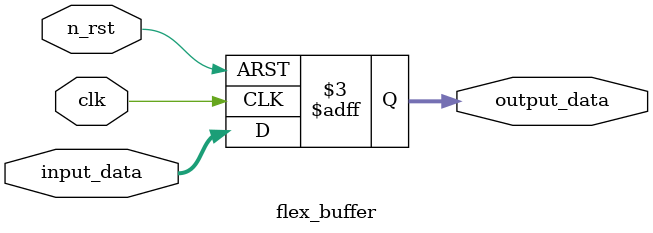
<source format=sv>
module flex_buffer
#(
  NUM_BITS = 32
)
(
  input wire clk,
  input wire n_rst,
  input wire [NUM_BITS-1:0] input_data,
  output reg [NUM_BITS-1:0] output_data
);

  always_ff @ (posedge clk, negedge n_rst) begin
    if (!n_rst) begin
      output_data = '0;
    end else begin
      output_data = input_data;
    end
  end

endmodule

</source>
